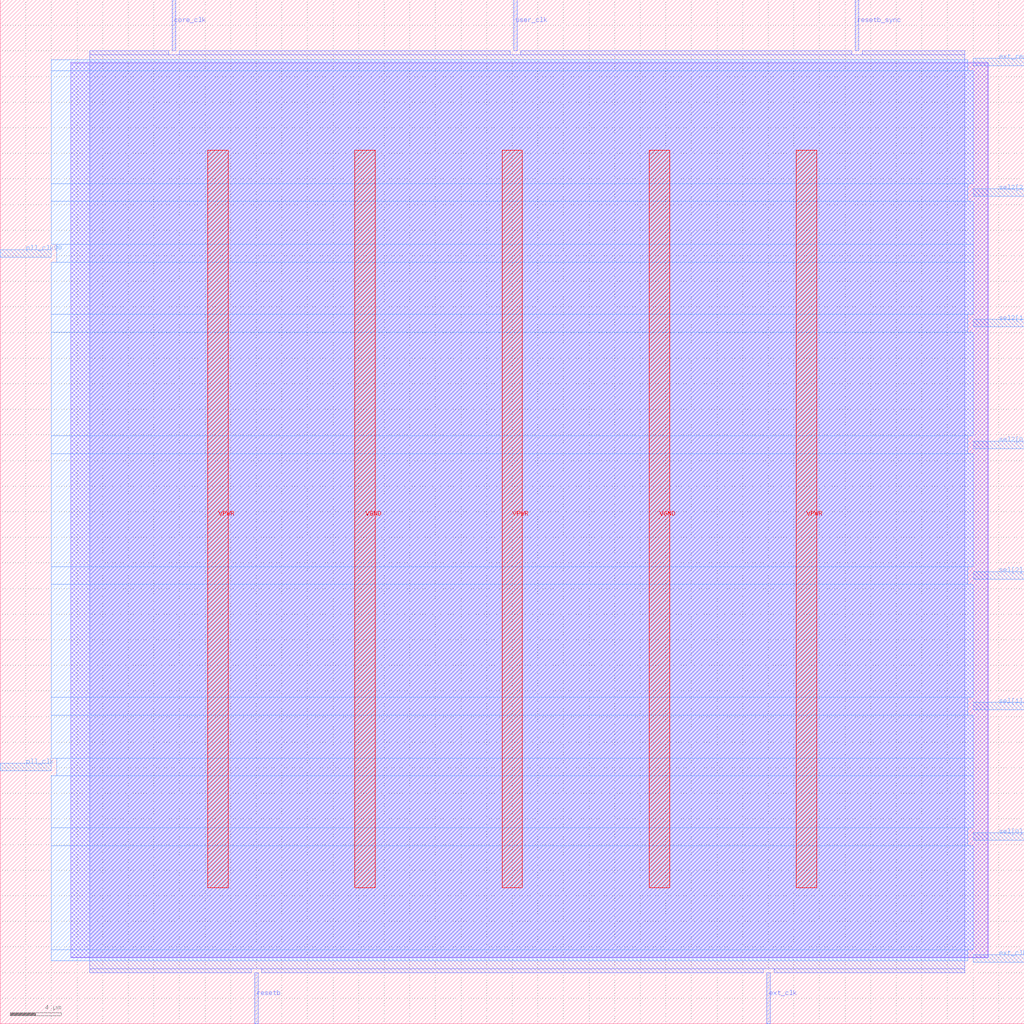
<source format=lef>
VERSION 5.7 ;
  NOWIREEXTENSIONATPIN ON ;
  DIVIDERCHAR "/" ;
  BUSBITCHARS "[]" ;
MACRO caravel_clocking
  CLASS BLOCK ;
  FOREIGN caravel_clocking ;
  ORIGIN 0.000 0.000 ;
  SIZE 80.000 BY 80.000 ;
  PIN VGND
    DIRECTION INPUT ;
    USE GROUND ;
    PORT
      LAYER met4 ;
        RECT 27.705 10.640 29.305 68.240 ;
    END
    PORT
      LAYER met4 ;
        RECT 50.690 10.640 52.290 68.240 ;
    END
  END VGND
  PIN VPWR
    DIRECTION INPUT ;
    USE POWER ;
    PORT
      LAYER met4 ;
        RECT 16.215 10.640 17.815 68.240 ;
    END
    PORT
      LAYER met4 ;
        RECT 39.200 10.640 40.800 68.240 ;
    END
    PORT
      LAYER met4 ;
        RECT 62.185 10.640 63.785 68.240 ;
    END
  END VPWR
  PIN core_clk
    DIRECTION OUTPUT TRISTATE ;
    USE SIGNAL ;
    PORT
      LAYER met2 ;
        RECT 13.430 76.000 13.710 80.000 ;
    END
  END core_clk
  PIN ext_clk
    DIRECTION INPUT ;
    USE SIGNAL ;
    PORT
      LAYER met2 ;
        RECT 59.890 0.000 60.170 4.000 ;
    END
  END ext_clk
  PIN ext_clk_sel
    DIRECTION INPUT ;
    USE SIGNAL ;
    PORT
      LAYER met3 ;
        RECT 76.000 4.800 80.000 5.400 ;
    END
  END ext_clk_sel
  PIN ext_reset
    DIRECTION INPUT ;
    USE SIGNAL ;
    PORT
      LAYER met3 ;
        RECT 76.000 74.840 80.000 75.440 ;
    END
  END ext_reset
  PIN pll_clk
    DIRECTION INPUT ;
    USE SIGNAL ;
    PORT
      LAYER met3 ;
        RECT 0.000 19.760 4.000 20.360 ;
    END
  END pll_clk
  PIN pll_clk90
    DIRECTION INPUT ;
    USE SIGNAL ;
    PORT
      LAYER met3 ;
        RECT 0.000 59.880 4.000 60.480 ;
    END
  END pll_clk90
  PIN resetb
    DIRECTION INPUT ;
    USE SIGNAL ;
    PORT
      LAYER met2 ;
        RECT 19.870 0.000 20.150 4.000 ;
    END
  END resetb
  PIN resetb_sync
    DIRECTION OUTPUT TRISTATE ;
    USE SIGNAL ;
    PORT
      LAYER met2 ;
        RECT 66.790 76.000 67.070 80.000 ;
    END
  END resetb_sync
  PIN sel2[0]
    DIRECTION INPUT ;
    USE SIGNAL ;
    PORT
      LAYER met3 ;
        RECT 76.000 44.920 80.000 45.520 ;
    END
  END sel2[0]
  PIN sel2[1]
    DIRECTION INPUT ;
    USE SIGNAL ;
    PORT
      LAYER met3 ;
        RECT 76.000 54.440 80.000 55.040 ;
    END
  END sel2[1]
  PIN sel2[2]
    DIRECTION INPUT ;
    USE SIGNAL ;
    PORT
      LAYER met3 ;
        RECT 76.000 64.640 80.000 65.240 ;
    END
  END sel2[2]
  PIN sel[0]
    DIRECTION INPUT ;
    USE SIGNAL ;
    PORT
      LAYER met3 ;
        RECT 76.000 14.320 80.000 14.920 ;
    END
  END sel[0]
  PIN sel[1]
    DIRECTION INPUT ;
    USE SIGNAL ;
    PORT
      LAYER met3 ;
        RECT 76.000 24.520 80.000 25.120 ;
    END
  END sel[1]
  PIN sel[2]
    DIRECTION INPUT ;
    USE SIGNAL ;
    PORT
      LAYER met3 ;
        RECT 76.000 34.720 80.000 35.320 ;
    END
  END sel[2]
  PIN user_clk
    DIRECTION OUTPUT TRISTATE ;
    USE SIGNAL ;
    PORT
      LAYER met2 ;
        RECT 40.110 76.000 40.390 80.000 ;
    END
  END user_clk
  OBS
      LAYER li1 ;
        RECT 5.520 5.185 77.135 75.055 ;
      LAYER met1 ;
        RECT 5.520 5.140 77.195 75.100 ;
      LAYER met2 ;
        RECT 7.000 75.720 13.150 76.000 ;
        RECT 13.990 75.720 39.830 76.000 ;
        RECT 40.670 75.720 66.510 76.000 ;
        RECT 67.350 75.720 75.350 76.000 ;
        RECT 7.000 4.280 75.350 75.720 ;
        RECT 7.000 4.000 19.590 4.280 ;
        RECT 20.430 4.000 59.610 4.280 ;
        RECT 60.450 4.000 75.350 4.280 ;
      LAYER met3 ;
        RECT 4.000 74.440 75.600 75.305 ;
        RECT 4.000 65.640 76.000 74.440 ;
        RECT 4.000 64.240 75.600 65.640 ;
        RECT 4.000 60.880 76.000 64.240 ;
        RECT 4.400 59.480 76.000 60.880 ;
        RECT 4.000 55.440 76.000 59.480 ;
        RECT 4.000 54.040 75.600 55.440 ;
        RECT 4.000 45.920 76.000 54.040 ;
        RECT 4.000 44.520 75.600 45.920 ;
        RECT 4.000 35.720 76.000 44.520 ;
        RECT 4.000 34.320 75.600 35.720 ;
        RECT 4.000 25.520 76.000 34.320 ;
        RECT 4.000 24.120 75.600 25.520 ;
        RECT 4.000 20.760 76.000 24.120 ;
        RECT 4.400 19.360 76.000 20.760 ;
        RECT 4.000 15.320 76.000 19.360 ;
        RECT 4.000 13.920 75.600 15.320 ;
        RECT 4.000 5.800 76.000 13.920 ;
        RECT 4.000 4.935 75.600 5.800 ;
  END
END caravel_clocking
END LIBRARY


</source>
